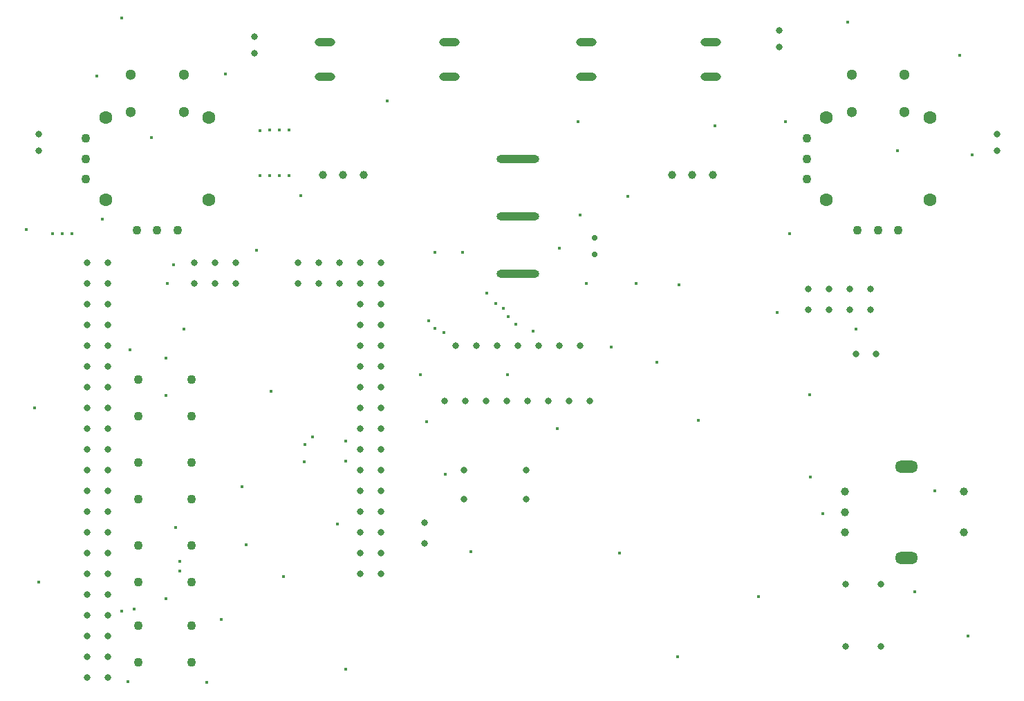
<source format=gbr>
%TF.GenerationSoftware,KiCad,Pcbnew,7.0.8*%
%TF.CreationDate,2025-02-10T02:42:51-05:00*%
%TF.ProjectId,RCTransmitterAecertRobotics,52435472-616e-4736-9d69-747465724165,V1.02*%
%TF.SameCoordinates,Original*%
%TF.FileFunction,Plated,1,2,PTH,Mixed*%
%TF.FilePolarity,Positive*%
%FSLAX46Y46*%
G04 Gerber Fmt 4.6, Leading zero omitted, Abs format (unit mm)*
G04 Created by KiCad (PCBNEW 7.0.8) date 2025-02-10 02:42:51*
%MOMM*%
%LPD*%
G01*
G04 APERTURE LIST*
%TA.AperFunction,ViaDrill*%
%ADD10C,0.400000*%
%TD*%
%TA.AperFunction,ComponentDrill*%
%ADD11C,0.700000*%
%TD*%
%TA.AperFunction,ComponentDrill*%
%ADD12C,0.800000*%
%TD*%
%TA.AperFunction,ComponentDrill*%
%ADD13C,1.000000*%
%TD*%
G04 aperture for slot hole*
%TA.AperFunction,ComponentDrill*%
%ADD14O,2.500000X1.000000*%
%TD*%
G04 aperture for slot hole*
%TA.AperFunction,ComponentDrill*%
%ADD15O,5.250000X1.000000*%
%TD*%
%TA.AperFunction,ComponentDrill*%
%ADD16C,1.100000*%
%TD*%
%TA.AperFunction,ComponentDrill*%
%ADD17C,1.300000*%
%TD*%
G04 aperture for slot hole*
%TA.AperFunction,ComponentDrill*%
%ADD18O,2.800000X1.500000*%
%TD*%
%TA.AperFunction,ComponentDrill*%
%ADD19C,1.600000*%
%TD*%
G04 APERTURE END LIST*
D10*
X80772000Y-84836000D03*
X81788000Y-106680000D03*
X82296000Y-128016000D03*
X84060994Y-85344000D03*
X85185497Y-85344000D03*
X86360000Y-85344000D03*
X89408000Y-66040000D03*
X90125693Y-83521693D03*
X92456000Y-58928000D03*
X92456000Y-131572000D03*
X93218000Y-140208000D03*
X93472000Y-99568000D03*
X93974276Y-131266266D03*
X96092572Y-73528443D03*
X97889000Y-100584000D03*
X97889000Y-105156000D03*
X97889000Y-130048000D03*
X98044000Y-91440000D03*
X98806000Y-89154000D03*
X99060000Y-121271285D03*
X99568000Y-125476000D03*
X99597535Y-126650131D03*
X100076000Y-97028000D03*
X102929041Y-140295973D03*
X104648000Y-132588000D03*
X105156000Y-65786000D03*
X107188000Y-116332000D03*
X107696000Y-123444000D03*
X109012500Y-87376000D03*
X109410996Y-78231539D03*
X109411038Y-72654093D03*
X110585497Y-72644000D03*
X110585498Y-78233248D03*
X110744000Y-104648000D03*
X111760000Y-72644000D03*
X111760000Y-78232000D03*
X112268000Y-127329500D03*
X112934503Y-78232000D03*
X112938728Y-72644000D03*
X114427000Y-80645000D03*
X114808000Y-113284000D03*
X114900688Y-111159312D03*
X115824000Y-110236000D03*
X118872000Y-120904000D03*
X119888000Y-110726888D03*
X119888000Y-113135479D03*
X119888000Y-138684000D03*
X124968000Y-69088000D03*
X129032000Y-102616000D03*
X129820556Y-108337148D03*
X130048000Y-96012000D03*
X130850000Y-87590000D03*
X130872180Y-96945918D03*
X131951976Y-97407976D03*
X132080000Y-114808000D03*
X134199500Y-87590000D03*
X135200919Y-124257127D03*
X137160000Y-92622500D03*
X138251968Y-93870873D03*
X139192000Y-94488000D03*
X139700000Y-102616000D03*
X139809127Y-95428032D03*
X140750331Y-96369500D03*
X142902968Y-97251592D03*
X145796000Y-109220000D03*
X146050000Y-87122000D03*
X148336000Y-71628000D03*
X148634307Y-83013693D03*
X149352000Y-91440000D03*
X152408340Y-99168500D03*
X153416000Y-124460000D03*
X154432000Y-80772000D03*
X155448000Y-91440000D03*
X157988000Y-101092000D03*
X160528000Y-137160000D03*
X160689312Y-91601312D03*
X163068000Y-108204000D03*
X165100000Y-72136000D03*
X170434000Y-129794000D03*
X172720000Y-94996000D03*
X173736000Y-71628000D03*
X174244000Y-85344000D03*
X176691312Y-105063312D03*
X176812349Y-115149500D03*
X178308000Y-119634000D03*
X181356000Y-59436000D03*
X182372000Y-97028000D03*
X187452000Y-75184000D03*
X189594180Y-129195269D03*
X192024000Y-116840000D03*
X195072000Y-63500000D03*
X196088000Y-134620000D03*
X196596000Y-75692000D03*
D11*
%TO.C,Battery1*%
X150368000Y-85852000D03*
X150368000Y-87852000D03*
D12*
%TO.C,Bumper2*%
X82296000Y-73152000D03*
X82296000Y-75184000D03*
%TO.C,Arduino_Mega_Pro1*%
X88265000Y-88900000D03*
X88265000Y-91440000D03*
X88265000Y-93980000D03*
X88265000Y-96520000D03*
X88265000Y-99060000D03*
X88265000Y-101600000D03*
X88265000Y-104140000D03*
X88265000Y-106680000D03*
X88265000Y-109220000D03*
X88265000Y-111760000D03*
X88265000Y-114300000D03*
X88265000Y-116840000D03*
X88265000Y-119380000D03*
X88265000Y-121920000D03*
X88265000Y-124460000D03*
X88265000Y-127000000D03*
X88265000Y-129540000D03*
X88265000Y-132080000D03*
X88265000Y-134620000D03*
X88265000Y-137160000D03*
X88265000Y-139700000D03*
X90805000Y-88900000D03*
X90805000Y-91440000D03*
X90805000Y-93980000D03*
X90805000Y-96520000D03*
X90805000Y-99060000D03*
X90805000Y-101600000D03*
X90805000Y-104140000D03*
X90805000Y-106680000D03*
X90805000Y-109220000D03*
X90805000Y-111760000D03*
X90805000Y-114300000D03*
X90805000Y-116840000D03*
X90805000Y-119380000D03*
X90805000Y-121920000D03*
X90805000Y-124460000D03*
X90805000Y-127000000D03*
X90805000Y-129540000D03*
X90805000Y-132080000D03*
X90805000Y-134620000D03*
X90805000Y-137160000D03*
X90805000Y-139700000D03*
X101400000Y-88900000D03*
X101400000Y-91440000D03*
X103940000Y-88900000D03*
X103940000Y-91440000D03*
X106480000Y-88900000D03*
X106480000Y-91440000D03*
%TO.C,Bumper1*%
X108712000Y-61214000D03*
X108712000Y-63246000D03*
%TO.C,Arduino_Mega_Pro1*%
X114100000Y-88900000D03*
X114100000Y-91440000D03*
X116640000Y-88900000D03*
X116640000Y-91440000D03*
X119180000Y-88900000D03*
X119180000Y-91440000D03*
X121720000Y-88900000D03*
X121720000Y-91440000D03*
X121720000Y-93980000D03*
X121720000Y-96520000D03*
X121720000Y-99060000D03*
X121720000Y-101600000D03*
X121720000Y-104140000D03*
X121720000Y-106680000D03*
X121720000Y-109220000D03*
X121720000Y-111760000D03*
X121720000Y-114300000D03*
X121720000Y-116840000D03*
X121720000Y-119380000D03*
X121720000Y-121920000D03*
X121720000Y-124460000D03*
X121720000Y-127000000D03*
X124260000Y-88900000D03*
X124260000Y-91440000D03*
X124260000Y-93980000D03*
X124260000Y-96520000D03*
X124260000Y-99060000D03*
X124260000Y-101600000D03*
X124260000Y-104140000D03*
X124260000Y-106680000D03*
X124260000Y-109220000D03*
X124260000Y-111760000D03*
X124260000Y-114300000D03*
X124260000Y-116840000D03*
X124260000Y-119380000D03*
X124260000Y-121920000D03*
X124260000Y-124460000D03*
X124260000Y-127000000D03*
%TO.C,C2*%
X129540000Y-120714888D03*
X129540000Y-123214888D03*
%TO.C,Gyroscope1*%
X132009454Y-105816523D03*
%TO.C,OLED_LCD_Display1*%
X133350000Y-99060000D03*
%TO.C,R1*%
X134366000Y-114300000D03*
%TO.C,R2*%
X134366000Y-117856000D03*
%TO.C,Gyroscope1*%
X134549454Y-105816523D03*
%TO.C,OLED_LCD_Display1*%
X135890000Y-99060000D03*
%TO.C,Gyroscope1*%
X137089454Y-105816523D03*
%TO.C,OLED_LCD_Display1*%
X138430000Y-99060000D03*
%TO.C,Gyroscope1*%
X139629454Y-105816523D03*
%TO.C,OLED_LCD_Display1*%
X140970000Y-99060000D03*
%TO.C,R1*%
X141986000Y-114300000D03*
%TO.C,R2*%
X141986000Y-117856000D03*
%TO.C,Gyroscope1*%
X142169454Y-105816523D03*
%TO.C,OLED_LCD_Display1*%
X143510000Y-99060000D03*
%TO.C,Gyroscope1*%
X144709454Y-105816523D03*
%TO.C,OLED_LCD_Display1*%
X146050000Y-99060000D03*
%TO.C,Gyroscope1*%
X147249454Y-105816523D03*
%TO.C,OLED_LCD_Display1*%
X148590000Y-99060000D03*
%TO.C,Gyroscope1*%
X149789454Y-105816523D03*
%TO.C,Bumper3*%
X172974000Y-60452000D03*
X172974000Y-62484000D03*
%TO.C,NRF24L01+PA+LNA1*%
X176530000Y-92075000D03*
X176530000Y-94615000D03*
X179070000Y-92075000D03*
X179070000Y-94615000D03*
%TO.C,R4*%
X181102000Y-128270000D03*
X181102000Y-135890000D03*
%TO.C,NRF24L01+PA+LNA1*%
X181610000Y-92075000D03*
X181610000Y-94615000D03*
%TO.C,C1*%
X182372000Y-100076000D03*
%TO.C,NRF24L01+PA+LNA1*%
X184150000Y-92075000D03*
X184150000Y-94615000D03*
%TO.C,C1*%
X184872000Y-100076000D03*
%TO.C,R3*%
X185420000Y-128270000D03*
X185420000Y-135890000D03*
%TO.C,Bumper4*%
X199644000Y-73152000D03*
X199644000Y-75184000D03*
D13*
%TO.C,Pot1*%
X117100000Y-78090000D03*
D14*
%TO.C,Toggle1*%
X117348000Y-61872000D03*
X117348000Y-66072000D03*
D13*
%TO.C,Pot1*%
X119600000Y-78090000D03*
X122100000Y-78090000D03*
D14*
%TO.C,Toggle2*%
X132588000Y-61872000D03*
X132588000Y-66072000D03*
D15*
%TO.C,PowerSwitch1*%
X140970000Y-76200000D03*
X140970000Y-83200000D03*
X140970000Y-90200000D03*
D14*
%TO.C,Toggle3*%
X149352000Y-61872000D03*
X149352000Y-66072000D03*
D13*
%TO.C,Pot2*%
X159840000Y-78090000D03*
X162340000Y-78090000D03*
D14*
%TO.C,Toggle4*%
X164592000Y-61872000D03*
X164592000Y-66072000D03*
D13*
%TO.C,Pot2*%
X164840000Y-78090000D03*
%TO.C,Rotary_Encoder1*%
X181080000Y-116920000D03*
X181080000Y-119420000D03*
X181080000Y-121920000D03*
X195580000Y-116920000D03*
X195580000Y-121920000D03*
D16*
%TO.C,Joystick1*%
X88105000Y-73620000D03*
X88105000Y-76120000D03*
X88105000Y-78620000D03*
X94335000Y-84850000D03*
%TO.C,Button1*%
X94540000Y-103160000D03*
X94540000Y-107660000D03*
%TO.C,Button2*%
X94540000Y-113320000D03*
X94540000Y-117820000D03*
%TO.C,Button3*%
X94540000Y-123480000D03*
X94540000Y-127980000D03*
%TO.C,Button4*%
X94540000Y-133300000D03*
X94540000Y-137800000D03*
%TO.C,Joystick1*%
X96835000Y-84850000D03*
X99335000Y-84850000D03*
%TO.C,Button1*%
X101040000Y-103160000D03*
X101040000Y-107660000D03*
%TO.C,Button2*%
X101040000Y-113320000D03*
X101040000Y-117820000D03*
%TO.C,Button3*%
X101040000Y-123480000D03*
X101040000Y-127980000D03*
%TO.C,Button4*%
X101040000Y-133300000D03*
X101040000Y-137800000D03*
%TO.C,Joystick2*%
X176375000Y-73620000D03*
X176375000Y-76120000D03*
X176375000Y-78620000D03*
X182605000Y-84850000D03*
X185105000Y-84850000D03*
X187605000Y-84850000D03*
D17*
%TO.C,Joystick1*%
X93585000Y-65870000D03*
X93585000Y-70370000D03*
X100085000Y-65870000D03*
X100085000Y-70370000D03*
%TO.C,Joystick2*%
X181855000Y-65870000D03*
X181855000Y-70370000D03*
X188355000Y-65870000D03*
X188355000Y-70370000D03*
D18*
%TO.C,Rotary_Encoder1*%
X188580000Y-113820000D03*
X188580000Y-125020000D03*
D19*
%TO.C,Joystick1*%
X90510000Y-71120000D03*
X90510000Y-81120000D03*
X103160000Y-71120000D03*
X103160000Y-81120000D03*
%TO.C,Joystick2*%
X178780000Y-71120000D03*
X178780000Y-81120000D03*
X191430000Y-71120000D03*
X191430000Y-81120000D03*
M02*

</source>
